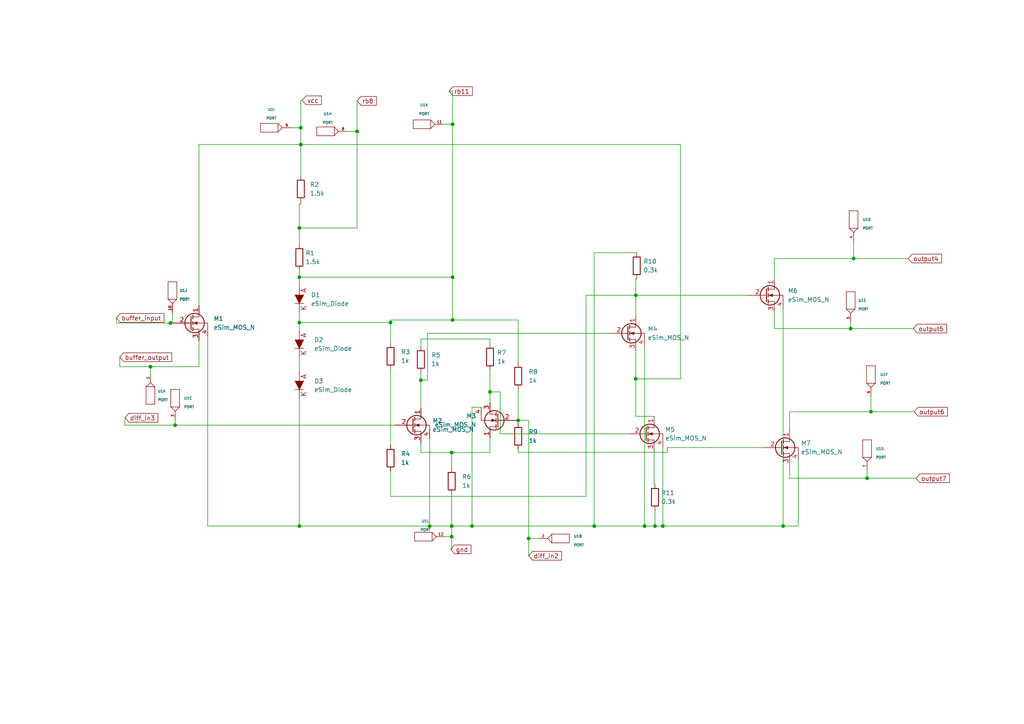
<source format=kicad_sch>
(kicad_sch (version 20211123) (generator eeschema)
  (paper "A4")
  (lib_symbols
    (symbol "eSim_Devices:eSim_Diode" (pin_numbers hide) (pin_names (offset 1.016) hide)
      (property "Reference" "D" (at 0 2.54 0))
      (property "Value" "eSim_Diode" (at 0 -2.54 0))
      (symbol "eSim_Diode_0_0"
        (text "A" (at -2.54 1.27 0) (effects (font (size 1.524 1.524))))
        (text "K" (at 2.54 1.27 0) (effects (font (size 1.524 1.524))))
      )
      (symbol "eSim_Diode_0_1"
        (polyline (pts (xy 1.27 1.27) (xy 1.27 -1.27)) (stroke (width 0.1524)))
        (polyline (pts (xy -1.27 1.27) (xy 1.27 0) (xy -1.27 -1.27)) (fill (type outline)))
      )
      (symbol "eSim_Diode_1_1"
        (pin passive line (at -3.81 0 0) (length 2.54) (name "A") (number "1"))
        (pin passive line (at 3.81 0 180) (length 2.54) (name "K") (number "2"))
      )
    )
    (symbol "eSim_Devices:eSim_MOS_N" (pin_names (offset 0) hide)
      (property "Reference" "M" (at 0 -3.81 0))
      (property "Value" "eSim_MOS_N" (at 2.54 -1.27 0))
      (symbol "eSim_MOS_N_0_1"
        (polyline (pts (xy 3.302 -7.366) (xy 3.302 -6.35)) (stroke (width 0.254)))
        (polyline (pts (xy 3.302 -6.858) (xy 5.08 -6.858)))
        (polyline (pts (xy 3.302 -5.588) (xy 3.302 -4.572)) (stroke (width 0.254)))
        (polyline (pts (xy 3.302 -5.08) (xy 5.08 -5.08)))
        (polyline (pts (xy 3.302 -3.81) (xy 3.302 -2.794)) (stroke (width 0.254)))
        (polyline (pts (xy 3.302 -3.302) (xy 5.08 -3.302)))
        (polyline (pts (xy 5.08 -7.62) (xy 5.08 -6.858)))
        (polyline (pts (xy 5.08 -3.302) (xy 5.08 -2.54)))
        (polyline (pts (xy 2.794 -6.985) (xy 2.794 -3.175) (xy 2.794 -3.175)) (stroke (width 0.254)))
        (polyline (pts (xy 5.08 -5.08) (xy 7.62 -5.08) (xy 7.62 -6.35)))
        (polyline (pts (xy 3.556 -5.08) (xy 4.572 -5.461) (xy 4.572 -4.699) (xy 3.556 -5.08)) (fill (type outline)))
        (circle (center 3.81 -5.08) (radius 2.8194) (stroke (width 0.254)))
      )
      (symbol "eSim_MOS_N_1_1"
        (pin passive line (at 5.08 0 270) (length 2.54) (name "D") (number "1"))
        (pin passive line (at -2.54 -5.08 0) (length 5.334) (name "G") (number "2"))
        (pin passive line (at 5.08 -10.16 90) (length 2.54) (name "S") (number "3"))
        (pin passive line (at 7.62 -8.89 90) (length 2.4892) (name "B") (number "4"))
      )
    )
    (symbol "eSim_Devices:resistor" (pin_numbers hide) (pin_names (offset 0))
      (property "Reference" "R" (at 1.27 3.302 0))
      (property "Value" "resistor" (at 1.27 -1.27 0))
      (symbol "resistor_0_1"
        (rectangle (start 3.81 0.254) (end -1.27 2.286) (stroke (width 0.254)))
      )
      (symbol "resistor_1_1"
        (pin passive line (at -2.54 1.27 0) (length 1.27) (name "~") (number "1"))
        (pin passive line (at 5.08 1.27 180) (length 1.27) (name "~") (number "2"))
      )
    )
    (symbol "eSim_Miscellaneous:PORT" (pin_names (offset 1.016))
      (property "Reference" "U" (at 1.27 2.54 0))
      (property "Value" "PORT" (at 0 0 0))
      (symbol "PORT_0_1"
        (rectangle (start -2.54 1.27) (end 2.54 -1.27))
        (arc (start 2.54 1.27) (mid 3.1355 0.5955) (end 3.81 0))
        (arc (start 3.81 0) (mid 3.1447 -0.6046) (end 2.54 -1.27))
      )
      (symbol "PORT_1_1"
        (pin bidirectional line (at 6.35 0 180) (length 2.54) (name "~") (number "1"))
      )
      (symbol "PORT_2_1"
        (pin bidirectional line (at 6.35 0 180) (length 2.54) (name "~") (number "2"))
      )
      (symbol "PORT_3_1"
        (pin bidirectional line (at 6.35 0 180) (length 2.54) (name "~") (number "3"))
      )
      (symbol "PORT_4_1"
        (pin bidirectional line (at 6.35 0 180) (length 2.54) (name "~") (number "4"))
      )
      (symbol "PORT_5_1"
        (pin bidirectional line (at 6.35 0 180) (length 2.54) (name "~") (number "5"))
      )
      (symbol "PORT_6_1"
        (pin bidirectional line (at 6.35 0 180) (length 2.54) (name "~") (number "6"))
      )
      (symbol "PORT_7_1"
        (pin bidirectional line (at 6.35 0 180) (length 2.54) (name "~") (number "7"))
      )
      (symbol "PORT_8_1"
        (pin bidirectional line (at 6.35 0 180) (length 2.54) (name "~") (number "8"))
      )
      (symbol "PORT_9_1"
        (pin bidirectional line (at 6.35 0 180) (length 2.54) (name "~") (number "9"))
      )
      (symbol "PORT_10_1"
        (pin bidirectional line (at 6.35 0 180) (length 2.54) (name "~") (number "10"))
      )
      (symbol "PORT_11_1"
        (pin bidirectional line (at 6.35 0 180) (length 2.54) (name "~") (number "11"))
      )
      (symbol "PORT_12_1"
        (pin bidirectional line (at 6.35 0 180) (length 2.54) (name "~") (number "12"))
      )
      (symbol "PORT_13_1"
        (pin bidirectional line (at 6.35 0 180) (length 2.54) (name "~") (number "13"))
      )
      (symbol "PORT_14_1"
        (pin bidirectional line (at 6.35 0 180) (length 2.54) (name "~") (number "14"))
      )
      (symbol "PORT_15_1"
        (pin bidirectional line (at 6.35 0 180) (length 2.54) (name "~") (number "15"))
      )
      (symbol "PORT_16_1"
        (pin bidirectional line (at 6.35 0 180) (length 2.54) (name "~") (number "16"))
      )
      (symbol "PORT_17_1"
        (pin bidirectional line (at 6.35 0 180) (length 2.54) (name "~") (number "17"))
      )
      (symbol "PORT_18_1"
        (pin bidirectional line (at 6.35 0 180) (length 2.54) (name "~") (number "18"))
      )
      (symbol "PORT_19_1"
        (pin bidirectional line (at 6.35 0 180) (length 2.54) (name "~") (number "19"))
      )
      (symbol "PORT_20_1"
        (pin bidirectional line (at 6.35 0 180) (length 2.54) (name "~") (number "20"))
      )
      (symbol "PORT_21_1"
        (pin bidirectional line (at 6.35 0 180) (length 2.54) (name "~") (number "21"))
      )
      (symbol "PORT_22_1"
        (pin bidirectional line (at 6.35 0 180) (length 2.54) (name "~") (number "22"))
      )
      (symbol "PORT_23_1"
        (pin bidirectional line (at 6.35 0 180) (length 2.54) (name "~") (number "23"))
      )
      (symbol "PORT_24_1"
        (pin bidirectional line (at 6.35 0 180) (length 2.54) (name "~") (number "24"))
      )
      (symbol "PORT_25_1"
        (pin bidirectional line (at 6.35 0 180) (length 2.54) (name "~") (number "25"))
      )
      (symbol "PORT_26_1"
        (pin bidirectional line (at 6.35 0 180) (length 2.54) (name "~") (number "26"))
      )
    )
  )
  (junction (at 50.8 123.317))
  (junction (at 252.603 119.4054))
  (junction (at 131.0132 131.2418))
  (junction (at 131.0132 155.6512))
  (junction (at 113.284 93.5482))
  (junction (at 131.2672 36.0426))
  (junction (at 136.906 152.5778))
  (junction (at 86.8172 152.5778))
  (junction (at 189.9666 152.5778))
  (junction (at 246.7356 95.3008))
  (junction (at 87.249 41.91))
  (junction (at 124.6124 152.5778))
  (junction (at 247.5738 74.9808))
  (junction (at 172.339 152.5778))
  (junction (at 86.8172 93.5482))
  (junction (at 150.2918 121.92))
  (junction (at 103.5812 38.1))
  (junction (at 43.6372 106.3498))
  (junction (at 184.404 85.6488))
  (junction (at 227.1268 152.5778))
  (junction (at 49.4284 93.7006))
  (junction (at 186.944 152.5778))
  (junction (at 87.249 37.0586))
  (junction (at 86.8172 80.391))
  (junction (at 142.113 113.665))
  (junction (at 131.2672 80.391))
  (junction (at 86.8172 66.1162))
  (junction (at 153.3144 156.1846))
  (junction (at 131.2672 92.8116))
  (junction (at 192.2526 152.5778))
  (junction (at 122.0724 110.2614))
  (junction (at 251.4854 138.7094))
  (junction (at 131.0132 152.5778))
  (junction (at 184.404 109.8804))
  (wire (pts (xy 193.5226 129.8194) (xy 193.5226 131.2164)))
  (wire (pts (xy 142.113 113.665) (xy 142.113 116.84)))
  (wire (pts (xy 122.0724 98.3234) (xy 142.113 98.3234)))
  (wire (pts (xy 145.0848 125.8316) (xy 145.0848 113.665)))
  (wire (pts (xy 57.7088 106.3498) (xy 43.6372 106.3498)))
  (wire (pts (xy 84.4296 37.0586) (xy 87.249 37.0586)))
  (wire (pts (xy 229.0064 119.4054) (xy 252.603 119.4054)))
  (wire (pts (xy 189.9666 148.0312) (xy 189.9666 152.5778)))
  (wire (pts (xy 150.2918 131.2164) (xy 150.2918 130.3528)))
  (wire (pts (xy 131.0132 152.5778) (xy 136.906 152.5778)))
  (wire (pts (xy 184.404 85.6488) (xy 184.404 91.5924)))
  (wire (pts (xy 184.404 85.6488) (xy 216.9668 85.6488)))
  (wire (pts (xy 136.906 118.11) (xy 136.906 152.5778)))
  (wire (pts (xy 86.8172 66.1162) (xy 103.5812 66.1162)))
  (wire (pts (xy 131.2672 26.4414) (xy 130.2258 26.4414)))
  (wire (pts (xy 189.9666 152.5778) (xy 192.2526 152.5778)))
  (wire (pts (xy 86.8172 70.866) (xy 86.8172 66.1162)))
  (wire (pts (xy 113.284 93.5482) (xy 113.284 99.5426)))
  (wire (pts (xy 197.3834 41.91) (xy 197.3834 109.8804)))
  (wire (pts (xy 57.7088 41.91) (xy 87.249 41.91)))
  (wire (pts (xy 224.5868 80.5688) (xy 224.5868 74.9808)))
  (wire (pts (xy 34.7472 106.3498) (xy 34.7472 103.6066)))
  (wire (pts (xy 156.2354 156.1846) (xy 153.3144 156.1846)))
  (wire (pts (xy 124.6124 127.127) (xy 124.6124 152.5778)))
  (wire (pts (xy 43.6372 106.3498) (xy 34.7472 106.3498)))
  (wire (pts (xy 142.113 98.3234) (xy 142.113 99.7458)))
  (wire (pts (xy 122.0724 110.2614) (xy 122.0724 108.077)))
  (wire (pts (xy 192.2526 129.6416) (xy 192.2526 152.5778)))
  (wire (pts (xy 172.339 152.5778) (xy 186.944 152.5778)))
  (wire (pts (xy 229.0064 134.8994) (xy 229.0064 138.7094)))
  (wire (pts (xy 224.5868 90.7288) (xy 224.5868 95.3008)))
  (wire (pts (xy 131.0132 131.2418) (xy 142.113 131.2418)))
  (wire (pts (xy 169.9768 143.9672) (xy 169.9768 85.6488)))
  (wire (pts (xy 113.284 136.7028) (xy 113.284 143.9672)))
  (wire (pts (xy 197.3834 109.8804) (xy 184.404 109.8804)))
  (wire (pts (xy 113.284 92.8116) (xy 113.284 93.5482)))
  (wire (pts (xy 142.113 107.3658) (xy 142.113 113.665)))
  (wire (pts (xy 86.8172 80.391) (xy 86.8172 78.486)))
  (wire (pts (xy 36.2204 123.317) (xy 36.2204 121.1834)))
  (wire (pts (xy 189.7126 140.4112) (xy 189.9666 140.4112)))
  (wire (pts (xy 50.0126 93.3704) (xy 49.4284 93.3704)))
  (wire (pts (xy 50.8 123.317) (xy 114.4524 123.317)))
  (wire (pts (xy 251.4854 138.7094) (xy 265.684 138.7094)))
  (wire (pts (xy 86.8172 82.9564) (xy 86.8172 80.391)))
  (wire (pts (xy 87.249 58.6232) (xy 87.249 59.2074)))
  (wire (pts (xy 86.8172 93.5482) (xy 86.8172 90.5764)))
  (wire (pts (xy 100.7618 38.1) (xy 103.5812 38.1)))
  (wire (pts (xy 193.5226 131.2164) (xy 150.2918 131.2164)))
  (wire (pts (xy 124.0028 96.6724) (xy 124.0028 110.2614)))
  (wire (pts (xy 192.2526 152.5778) (xy 227.1268 152.5778)))
  (wire (pts (xy 224.5868 74.9808) (xy 247.5738 74.9808)))
  (wire (pts (xy 50.0888 93.7006) (xy 49.4284 93.7006)))
  (wire (pts (xy 184.404 80.899) (xy 184.6834 80.899)))
  (wire (pts (xy 231.5464 133.6294) (xy 231.5464 152.5778)))
  (wire (pts (xy 131.0132 143.383) (xy 131.0132 152.5778)))
  (wire (pts (xy 49.4284 93.3704) (xy 49.4284 93.7006)))
  (wire (pts (xy 122.0724 131.2418) (xy 131.0132 131.2418)))
  (wire (pts (xy 136.906 152.5778) (xy 172.339 152.5778)))
  (wire (pts (xy 86.8172 95.9612) (xy 86.8172 93.5482)))
  (wire (pts (xy 142.113 127) (xy 142.113 131.2418)))
  (wire (pts (xy 150.2918 121.92) (xy 150.2918 112.903)))
  (wire (pts (xy 131.2672 92.8116) (xy 131.2672 80.391)))
  (wire (pts (xy 186.944 100.4824) (xy 186.944 152.5778)))
  (wire (pts (xy 87.249 41.91) (xy 87.249 37.0586)))
  (wire (pts (xy 86.8172 93.5482) (xy 113.284 93.5482)))
  (wire (pts (xy 131.0132 159.3342) (xy 130.7338 159.3342)))
  (wire (pts (xy 246.7356 95.3008) (xy 264.8966 95.3008)))
  (wire (pts (xy 252.603 114.9858) (xy 252.603 119.4054)))
  (wire (pts (xy 122.0724 128.397) (xy 122.0724 131.2418)))
  (wire (pts (xy 43.6372 106.3498) (xy 43.6372 108.3564)))
  (wire (pts (xy 139.573 118.11) (xy 136.906 118.11)))
  (wire (pts (xy 184.6834 73.279) (xy 172.339 73.279)))
  (wire (pts (xy 247.5738 70.0278) (xy 247.5738 74.9808)))
  (wire (pts (xy 189.7126 130.9116) (xy 189.7126 140.4112)))
  (wire (pts (xy 87.249 59.2074) (xy 86.8172 59.2074)))
  (wire (pts (xy 49.4284 93.7006) (xy 33.7566 93.7006)))
  (wire (pts (xy 150.2918 105.283) (xy 150.2918 92.8116)))
  (wire (pts (xy 150.2918 121.92) (xy 153.3144 121.92)))
  (wire (pts (xy 184.404 85.6488) (xy 184.404 80.899)))
  (wire (pts (xy 182.0926 125.8316) (xy 145.0848 125.8316)))
  (wire (pts (xy 131.0132 131.2418) (xy 131.0132 135.763)))
  (wire (pts (xy 221.3864 129.8194) (xy 193.5226 129.8194)))
  (wire (pts (xy 124.0028 110.2614) (xy 122.0724 110.2614)))
  (wire (pts (xy 252.603 119.4054) (xy 265.1252 119.4054)))
  (wire (pts (xy 247.5738 74.9808) (xy 263.398 74.9808)))
  (wire (pts (xy 129.1336 155.6512) (xy 131.0132 155.6512)))
  (wire (pts (xy 50.8 121.8438) (xy 50.8 123.317)))
  (wire (pts (xy 227.1268 152.5778) (xy 231.5464 152.5778)))
  (wire (pts (xy 86.8172 152.5778) (xy 86.8172 115.5446)))
  (wire (pts (xy 128.7272 36.0426) (xy 131.2672 36.0426)))
  (wire (pts (xy 131.0132 155.6512) (xy 131.0132 159.3342)))
  (wire (pts (xy 251.4854 136.4742) (xy 251.4854 138.7094)))
  (wire (pts (xy 87.249 29.083) (xy 87.6554 29.083)))
  (wire (pts (xy 36.2204 123.317) (xy 50.8 123.317)))
  (wire (pts (xy 153.3144 156.1846) (xy 153.3144 161.1884)))
  (wire (pts (xy 131.0132 152.5778) (xy 131.0132 155.6512)))
  (wire (pts (xy 184.404 109.8804) (xy 184.404 120.7516)))
  (wire (pts (xy 169.9768 85.6488) (xy 184.404 85.6488)))
  (wire (pts (xy 131.2672 36.0426) (xy 131.2672 80.391)))
  (wire (pts (xy 186.944 152.5778) (xy 189.9666 152.5778)))
  (wire (pts (xy 86.8172 152.5778) (xy 124.6124 152.5778)))
  (wire (pts (xy 172.339 73.279) (xy 172.339 152.5778)))
  (wire (pts (xy 113.284 107.1626) (xy 113.284 129.0828)))
  (wire (pts (xy 229.0064 138.7094) (xy 251.4854 138.7094)))
  (wire (pts (xy 184.404 101.7524) (xy 184.404 109.8804)))
  (wire (pts (xy 103.5812 66.1162) (xy 103.5812 38.1)))
  (wire (pts (xy 149.733 121.92) (xy 150.2918 121.92)))
  (wire (pts (xy 33.7566 93.7006) (xy 33.7566 92.202)))
  (wire (pts (xy 227.1268 89.4588) (xy 227.1268 152.5778)))
  (wire (pts (xy 60.2488 97.5106) (xy 60.2488 152.5778)))
  (wire (pts (xy 145.0848 113.665) (xy 142.113 113.665)))
  (wire (pts (xy 150.2918 122.7328) (xy 150.2918 121.92)))
  (wire (pts (xy 87.249 41.91) (xy 87.249 51.0032)))
  (wire (pts (xy 60.2488 152.5778) (xy 86.8172 152.5778)))
  (wire (pts (xy 184.404 120.7516) (xy 189.7126 120.7516)))
  (wire (pts (xy 124.6124 152.5778) (xy 131.0132 152.5778)))
  (wire (pts (xy 87.249 41.91) (xy 197.3834 41.91)))
  (wire (pts (xy 176.784 96.6724) (xy 124.0028 96.6724)))
  (wire (pts (xy 153.3144 121.92) (xy 153.3144 156.1846)))
  (wire (pts (xy 50.0126 90.6272) (xy 50.0126 93.3704)))
  (wire (pts (xy 86.8172 66.1162) (xy 86.8172 59.2074)))
  (wire (pts (xy 122.0724 118.237) (xy 122.0724 110.2614)))
  (wire (pts (xy 86.8172 107.9246) (xy 86.8172 103.5812)))
  (wire (pts (xy 246.7356 93.472) (xy 246.7356 95.3008)))
  (wire (pts (xy 57.7088 98.7806) (xy 57.7088 106.3498)))
  (wire (pts (xy 86.8172 80.391) (xy 131.2672 80.391)))
  (wire (pts (xy 224.5868 95.3008) (xy 246.7356 95.3008)))
  (wire (pts (xy 87.249 37.0586) (xy 87.249 29.083)))
  (wire (pts (xy 113.284 143.9672) (xy 169.9768 143.9672)))
  (wire (pts (xy 103.5812 38.1) (xy 103.5812 29.2608)))
  (wire (pts (xy 131.2672 92.8116) (xy 113.284 92.8116)))
  (wire (pts (xy 122.0724 100.457) (xy 122.0724 98.3234)))
  (wire (pts (xy 229.0064 124.7394) (xy 229.0064 119.4054)))
  (wire (pts (xy 131.2672 26.4414) (xy 131.2672 36.0426)))
  (wire (pts (xy 57.7088 88.6206) (xy 57.7088 41.91)))
  (wire (pts (xy 150.2918 92.8116) (xy 131.2672 92.8116)))
  (global_label "buffer_output" (shape input) (at 34.7472 103.6066 0) (property "Intersheet References" "${INTERSHEET_REFS}" (effects hide)))
  (global_label "rb11" (shape input) (at 130.2258 26.4414 0) (property "Intersheet References" "${INTERSHEET_REFS}" (effects hide)))
  (global_label "diff_in3" (shape input) (at 36.2204 121.1834 0) (property "Intersheet References" "${INTERSHEET_REFS}" (effects hide)))
  (global_label "vcc" (shape input) (at 87.6554 29.083 0) (property "Intersheet References" "${INTERSHEET_REFS}" (effects hide)))
  (global_label "output4" (shape input) (at 263.398 74.9808 0) (property "Intersheet References" "${INTERSHEET_REFS}" (effects hide)))
  (global_label "gnd" (shape input) (at 130.7338 159.3342 0) (property "Intersheet References" "${INTERSHEET_REFS}" (effects hide)))
  (global_label "rb8" (shape input) (at 103.5812 29.2608 0) (property "Intersheet References" "${INTERSHEET_REFS}" (effects hide)))
  (global_label "buffer_input" (shape input) (at 33.7566 92.202 0) (property "Intersheet References" "${INTERSHEET_REFS}" (effects hide)))
  (global_label "diff_in2" (shape input) (at 153.3144 161.1884 0) (property "Intersheet References" "${INTERSHEET_REFS}" (effects hide)))
  (global_label "output6" (shape input) (at 265.1252 119.4054 0) (property "Intersheet References" "${INTERSHEET_REFS}" (effects hide)))
  (global_label "output5" (shape input) (at 264.8966 95.3008 0) (property "Intersheet References" "${INTERSHEET_REFS}" (effects hide)))
  (global_label "output7" (shape input) (at 265.684 138.7094 0) (property "Intersheet References" "${INTERSHEET_REFS}" (effects hide)))
  (symbol (lib_id "eSim_Miscellaneous:PORT") (at 246.7356 87.122 270) (unit 5)
    (property "Reference" "U1" (at 248.92 87.122 90) (effects (font (size 0.762 0.762)) (justify left)))
    (property "Value" "PORT" (at 248.92 89.662 90) (effects (font (size 0.762 0.762)) (justify left)))
  )
  (symbol (lib_id "eSim_Devices:eSim_MOS_N") (at 52.6288 88.6206 0) (unit 1)
    (property "Reference" "M1" (at 61.9252 92.4305 0) (effects (justify left)))
    (property "Value" "eSim_MOS_N" (at 61.9252 94.9705 0) (effects (justify left)))
  )
  (symbol (lib_id "eSim_Devices:resistor") (at 123.3424 105.537 90) (unit 1)
    (property "Reference" "R5" (at 125.0696 102.9969 90) (effects (justify right)))
    (property "Value" "1k" (at 125.0696 105.5369 90) (effects (justify right)))
  )
  (symbol (lib_id "eSim_Devices:eSim_MOS_N") (at 219.5068 80.5688 0) (unit 1)
    (property "Reference" "M6" (at 228.4984 84.3787 0) (effects (justify left)))
    (property "Value" "eSim_MOS_N" (at 228.4984 86.9187 0) (effects (justify left)))
  )
  (symbol (lib_id "eSim_Miscellaneous:PORT") (at 78.0796 37.0586 0) (unit 9)
    (property "Reference" "U1" (at 78.7146 31.75 0) (effects (font (size 0.762 0.762))))
    (property "Value" "PORT" (at 78.7146 34.29 0) (effects (font (size 0.762 0.762))))
  )
  (symbol (lib_id "eSim_Miscellaneous:PORT") (at 50.0126 84.2772 270) (unit 10)
    (property "Reference" "U1" (at 52.07 84.2772 90) (effects (font (size 0.762 0.762)) (justify left)))
    (property "Value" "PORT" (at 52.07 86.8172 90) (effects (font (size 0.762 0.762)) (justify left)))
  )
  (symbol (lib_id "eSim_Devices:resistor") (at 114.554 134.1628 90) (unit 1)
    (property "Reference" "R4" (at 116.2812 131.6227 90) (effects (justify right)))
    (property "Value" "1k" (at 116.2812 134.1627 90) (effects (justify right)))
  )
  (symbol (lib_id "eSim_Miscellaneous:PORT") (at 50.8 115.4938 270) (unit 3)
    (property "Reference" "U1" (at 53.34 115.4938 90) (effects (font (size 0.762 0.762)) (justify left)))
    (property "Value" "PORT" (at 53.34 118.0338 90) (effects (font (size 0.762 0.762)) (justify left)))
  )
  (symbol (lib_id "eSim_Miscellaneous:PORT") (at 43.6372 114.7064 90) (unit 1)
    (property "Reference" "U1" (at 45.72 113.4364 90) (effects (font (size 0.762 0.762)) (justify right)))
    (property "Value" "PORT" (at 45.72 115.9764 90) (effects (font (size 0.762 0.762)) (justify right)))
  )
  (symbol (lib_id "eSim_Devices:resistor") (at 132.2832 140.843 90) (unit 1)
    (property "Reference" "R6" (at 134.0104 138.3029 90) (effects (justify right)))
    (property "Value" "1k" (at 134.0104 140.8429 90) (effects (justify right)))
  )
  (symbol (lib_id "eSim_Miscellaneous:PORT") (at 162.5854 156.1846 180) (unit 2)
    (property "Reference" "U1" (at 166.37 155.5496 0) (effects (font (size 0.762 0.762)) (justify right)))
    (property "Value" "PORT" (at 166.37 158.0896 0) (effects (font (size 0.762 0.762)) (justify right)))
  )
  (symbol (lib_id "eSim_Devices:resistor") (at 185.9534 78.359 90) (unit 1)
    (property "Reference" "R10" (at 186.5884 75.8189 90) (effects (justify right)))
    (property "Value" "0.3k" (at 186.5884 78.3589 90) (effects (justify right)))
  )
  (symbol (lib_id "eSim_Devices:eSim_MOS_N") (at 116.9924 118.237 0) (unit 1)
    (property "Reference" "M2" (at 125.4252 122.0469 0) (effects (justify left)))
    (property "Value" "eSim_MOS_N" (at 125.4252 124.5869 0) (effects (justify left)))
  )
  (symbol (lib_id "eSim_Devices:eSim_MOS_N") (at 223.9264 124.7394 0) (unit 1)
    (property "Reference" "M7" (at 232.3084 128.5493 0) (effects (justify left)))
    (property "Value" "eSim_MOS_N" (at 232.3084 131.0893 0) (effects (justify left)))
  )
  (symbol (lib_id "eSim_Miscellaneous:PORT") (at 122.3772 36.0426 0) (unit 11)
    (property "Reference" "U1" (at 123.0122 30.48 0) (effects (font (size 0.762 0.762))))
    (property "Value" "PORT" (at 123.0122 33.02 0) (effects (font (size 0.762 0.762))))
  )
  (symbol (lib_id "eSim_Devices:eSim_Diode") (at 86.8172 111.7346 270) (unit 1)
    (property "Reference" "D3" (at 91.0844 110.5189 90) (effects (justify left)))
    (property "Value" "eSim_Diode" (at 91.0844 113.0589 90) (effects (justify left)))
  )
  (symbol (lib_id "eSim_Devices:eSim_Diode") (at 86.8172 86.7664 270) (unit 1)
    (property "Reference" "D1" (at 90.17 85.5507 90) (effects (justify left)))
    (property "Value" "eSim_Diode" (at 90.17 88.0907 90) (effects (justify left)))
  )
  (symbol (lib_id "eSim_Devices:eSim_MOS_N") (at 147.193 127 180) (unit 1)
    (property "Reference" "M3" (at 138.1252 120.6499 0) (effects (justify left)))
    (property "Value" "eSim_MOS_N" (at 138.1252 123.1899 0) (effects (justify left)))
  )
  (symbol (lib_id "eSim_Miscellaneous:PORT") (at 122.7836 155.6512 0) (unit 12)
    (property "Reference" "U1" (at 123.4186 151.13 0) (effects (font (size 0.762 0.762))))
    (property "Value" "PORT" (at 123.4186 153.67 0) (effects (font (size 0.762 0.762))))
  )
  (symbol (lib_id "eSim_Devices:eSim_MOS_N") (at 184.6326 120.7516 0) (unit 1)
    (property "Reference" "M5" (at 192.9384 124.5615 0) (effects (justify left)))
    (property "Value" "eSim_MOS_N" (at 192.9384 127.1015 0) (effects (justify left)))
  )
  (symbol (lib_id "eSim_Devices:resistor") (at 143.383 104.8258 90) (unit 1)
    (property "Reference" "R7" (at 144.1704 102.2857 90) (effects (justify right)))
    (property "Value" "1k" (at 144.1704 104.8257 90) (effects (justify right)))
  )
  (symbol (lib_id "eSim_Devices:resistor") (at 114.554 104.6226 90) (unit 1)
    (property "Reference" "R3" (at 116.2812 102.0825 90) (effects (justify right)))
    (property "Value" "1k" (at 116.2812 104.6225 90) (effects (justify right)))
  )
  (symbol (lib_id "eSim_Devices:eSim_Diode") (at 86.8172 99.7712 270) (unit 1)
    (property "Reference" "D2" (at 91.0844 98.5555 90) (effects (justify left)))
    (property "Value" "eSim_Diode" (at 91.0844 101.0955 90) (effects (justify left)))
  )
  (symbol (lib_id "eSim_Devices:resistor") (at 88.519 56.0832 90) (unit 1)
    (property "Reference" "R2" (at 89.8652 53.5431 90) (effects (justify right)))
    (property "Value" "1.5k" (at 89.8652 56.0831 90) (effects (justify right)))
  )
  (symbol (lib_id "eSim_Miscellaneous:PORT") (at 94.4118 38.1 0) (unit 8)
    (property "Reference" "U1" (at 95.0468 33.02 0) (effects (font (size 0.762 0.762))))
    (property "Value" "PORT" (at 95.0468 35.56 0) (effects (font (size 0.762 0.762))))
  )
  (symbol (lib_id "eSim_Devices:eSim_MOS_N") (at 179.324 91.5924 0) (unit 1)
    (property "Reference" "M4" (at 187.8584 95.4023 0) (effects (justify left)))
    (property "Value" "eSim_MOS_N" (at 187.8584 97.9423 0) (effects (justify left)))
  )
  (symbol (lib_id "eSim_Devices:resistor") (at 191.2366 145.4912 90) (unit 1)
    (property "Reference" "R11" (at 191.77 142.9511 90) (effects (justify right)))
    (property "Value" "0.3k" (at 191.77 145.4911 90) (effects (justify right)))
  )
  (symbol (lib_id "eSim_Devices:resistor") (at 151.5618 127.8128 90) (unit 1)
    (property "Reference" "R9" (at 153.289 125.2727 90) (effects (justify right)))
    (property "Value" "1k" (at 153.289 127.8127 90) (effects (justify right)))
  )
  (symbol (lib_id "eSim_Miscellaneous:PORT") (at 252.603 108.6358 270) (unit 6)
    (property "Reference" "U1" (at 255.27 108.6358 90) (effects (font (size 0.762 0.762)) (justify left)))
    (property "Value" "PORT" (at 255.27 111.1758 90) (effects (font (size 0.762 0.762)) (justify left)))
  )
  (symbol (lib_id "eSim_Devices:resistor") (at 88.0872 75.946 90) (unit 1)
    (property "Reference" "R1" (at 88.5952 73.4059 90) (effects (justify right)))
    (property "Value" "1.5k" (at 88.5952 75.9459 90) (effects (justify right)))
  )
  (symbol (lib_id "eSim_Miscellaneous:PORT") (at 247.5738 63.6778 270) (unit 4)
    (property "Reference" "U1" (at 250.19 63.6778 90) (effects (font (size 0.762 0.762)) (justify left)))
    (property "Value" "PORT" (at 250.19 66.2178 90) (effects (font (size 0.762 0.762)) (justify left)))
  )
  (symbol (lib_id "eSim_Miscellaneous:PORT") (at 251.4854 130.1242 270) (unit 7)
    (property "Reference" "U1" (at 254 130.1242 90) (effects (font (size 0.762 0.762)) (justify left)))
    (property "Value" "PORT" (at 254 132.6642 90) (effects (font (size 0.762 0.762)) (justify left)))
  )
  (symbol (lib_id "eSim_Devices:resistor") (at 151.5618 110.363 90) (unit 1)
    (property "Reference" "R8" (at 153.289 107.8229 90) (effects (justify right)))
    (property "Value" "1k" (at 153.289 110.3629 90) (effects (justify right)))
  )
)
</source>
